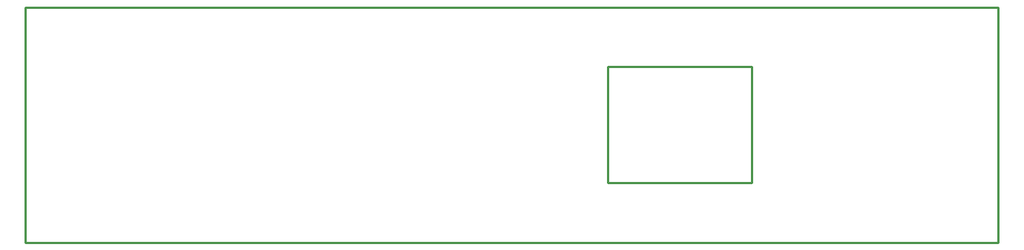
<source format=gko>
G04 Layer: BoardOutlineLayer*
G04 EasyEDA v6.4.31, 2022-02-20 19:53:06*
G04 0ed3418abafd4005aecf6b74550100da,e2c35ec14d3a475c8af15a16e8970ea9,10*
G04 Gerber Generator version 0.2*
G04 Scale: 100 percent, Rotated: No, Reflected: No *
G04 Dimensions in millimeters *
G04 leading zeros omitted , absolute positions ,4 integer and 5 decimal *
%FSLAX45Y45*%
%MOMM*%

%ADD10C,0.2540*%
D10*
X0Y0D02*
G01*
X11100000Y0D01*
X11100000Y-2699999D01*
X0Y-2699999D01*
X0Y0D01*
X6644599Y-683801D02*
G01*
X6644599Y-2013800D01*
X6644599Y-2013800D02*
G01*
X8284601Y-2013800D01*
X8284601Y-2013800D02*
G01*
X8284601Y-683801D01*
X8284601Y-683801D02*
G01*
X6644599Y-683801D01*

%LPD*%
M02*

</source>
